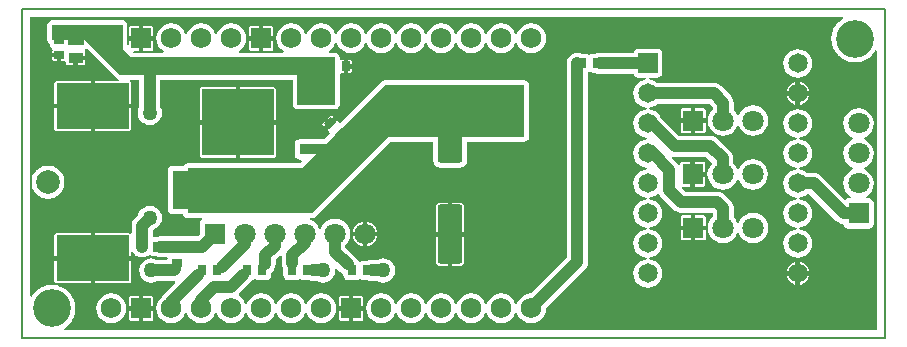
<source format=gtl>
G04 Layer_Physical_Order=1*
G04 Layer_Color=255*
%FSLAX24Y24*%
%MOIN*%
G70*
G01*
G75*
%ADD10R,0.0319X0.0280*%
%ADD11R,0.0512X0.0374*%
%ADD12R,0.0520X0.0386*%
%ADD13R,0.0280X0.0319*%
G04:AMPARAMS|DCode=14|XSize=31.9mil|YSize=28mil|CornerRadius=0mil|HoleSize=0mil|Usage=FLASHONLY|Rotation=45.000|XOffset=0mil|YOffset=0mil|HoleType=Round|Shape=Rectangle|*
%AMROTATEDRECTD14*
4,1,4,-0.0014,-0.0212,-0.0212,-0.0014,0.0014,0.0212,0.0212,0.0014,-0.0014,-0.0212,0.0*
%
%ADD14ROTATEDRECTD14*%

G04:AMPARAMS|DCode=15|XSize=199.2mil|YSize=83.1mil|CornerRadius=10.4mil|HoleSize=0mil|Usage=FLASHONLY|Rotation=270.000|XOffset=0mil|YOffset=0mil|HoleType=Round|Shape=RoundedRectangle|*
%AMROUNDEDRECTD15*
21,1,0.1992,0.0623,0,0,270.0*
21,1,0.1784,0.0831,0,0,270.0*
1,1,0.0208,-0.0312,-0.0892*
1,1,0.0208,-0.0312,0.0892*
1,1,0.0208,0.0312,0.0892*
1,1,0.0208,0.0312,-0.0892*
%
%ADD15ROUNDEDRECTD15*%
%ADD16R,0.2398X0.2217*%
%ADD17R,0.1114X0.0382*%
%ADD18R,0.2441X0.1535*%
%ADD19R,0.1732X0.1299*%
%ADD20C,0.0394*%
%ADD21C,0.0050*%
%ADD22C,0.0650*%
%ADD23R,0.0650X0.0650*%
%ADD24C,0.0709*%
%ADD25R,0.0709X0.0709*%
%ADD26C,0.0690*%
%ADD27R,0.0690X0.0690*%
%ADD28R,0.0709X0.0709*%
%ADD29C,0.0787*%
%ADD30C,0.1260*%
%ADD31C,0.0500*%
G36*
X37366Y20655D02*
X37332Y20637D01*
X37321Y20627D01*
X37320Y20627D01*
X37307Y20620D01*
X37211Y20542D01*
X37202Y20530D01*
X37190Y20520D01*
X37111Y20424D01*
X37104Y20411D01*
X37104Y20411D01*
X37095Y20399D01*
X37036Y20290D01*
X37032Y20276D01*
X37025Y20262D01*
X36989Y20144D01*
X36987Y20129D01*
X36983Y20114D01*
X36971Y19991D01*
X36972Y19976D01*
X36971Y19961D01*
X36983Y19837D01*
X36987Y19823D01*
X36989Y19808D01*
X37025Y19689D01*
X37032Y19676D01*
X37036Y19661D01*
X37095Y19552D01*
X37104Y19540D01*
X37104Y19540D01*
X37111Y19527D01*
X37190Y19431D01*
X37202Y19422D01*
X37211Y19410D01*
X37307Y19331D01*
X37320Y19324D01*
X37321Y19324D01*
X37332Y19315D01*
X37442Y19256D01*
X37456Y19252D01*
X37469Y19245D01*
X37588Y19209D01*
X37603Y19207D01*
X37617Y19203D01*
X37741Y19191D01*
X37748Y19191D01*
X37756Y19190D01*
X37763Y19191D01*
X37771Y19191D01*
X37894Y19203D01*
X37909Y19207D01*
X37924Y19209D01*
X38043Y19245D01*
X38056Y19252D01*
X38070Y19256D01*
X38180Y19315D01*
X38191Y19324D01*
X38191Y19324D01*
X38205Y19331D01*
X38300Y19410D01*
X38310Y19422D01*
X38322Y19431D01*
X38400Y19527D01*
X38408Y19540D01*
X38408Y19540D01*
X38417Y19552D01*
X38435Y19586D01*
X38485Y19573D01*
Y10255D01*
X11387D01*
X11374Y10305D01*
X11408Y10323D01*
X11420Y10333D01*
X11420Y10333D01*
X11433Y10340D01*
X11529Y10418D01*
X11538Y10430D01*
X11550Y10440D01*
X11629Y10536D01*
X11636Y10549D01*
X11636Y10549D01*
X11645Y10560D01*
X11704Y10670D01*
X11708Y10684D01*
X11715Y10698D01*
X11751Y10816D01*
X11753Y10831D01*
X11757Y10846D01*
X11769Y10969D01*
X11768Y10984D01*
X11769Y10999D01*
X11757Y11123D01*
X11753Y11137D01*
X11751Y11152D01*
X11715Y11271D01*
X11708Y11284D01*
X11704Y11299D01*
X11645Y11408D01*
X11636Y11420D01*
X11636Y11420D01*
X11629Y11433D01*
X11550Y11529D01*
X11538Y11538D01*
X11529Y11550D01*
X11433Y11629D01*
X11420Y11636D01*
X11420Y11636D01*
X11408Y11645D01*
X11299Y11704D01*
X11284Y11708D01*
X11271Y11715D01*
X11152Y11751D01*
X11137Y11753D01*
X11123Y11757D01*
X10999Y11769D01*
X10992Y11769D01*
X10984Y11770D01*
X10977Y11769D01*
X10969Y11769D01*
X10846Y11757D01*
X10831Y11753D01*
X10816Y11751D01*
X10698Y11715D01*
X10684Y11708D01*
X10670Y11704D01*
X10560Y11645D01*
X10549Y11636D01*
X10549Y11636D01*
X10536Y11629D01*
X10440Y11550D01*
X10430Y11538D01*
X10418Y11529D01*
X10340Y11433D01*
X10333Y11420D01*
X10333Y11420D01*
X10323Y11408D01*
X10305Y11374D01*
X10255Y11387D01*
Y20705D01*
X37354D01*
X37366Y20655D01*
D02*
G37*
%LPC*%
G36*
X32781Y13594D02*
X32437D01*
Y13250D01*
X32717D01*
X32762Y13269D01*
X32781Y13315D01*
Y13594D01*
D02*
G37*
G36*
X32287D02*
X31943D01*
Y13315D01*
X31962Y13269D01*
X32008Y13250D01*
X32287D01*
Y13594D01*
D02*
G37*
G36*
X24567Y14510D02*
X24331D01*
Y13526D01*
X24734D01*
Y14343D01*
X24722Y14407D01*
X24686Y14461D01*
X24631Y14497D01*
X24567Y14510D01*
D02*
G37*
G36*
X24181D02*
X23944D01*
X23880Y14497D01*
X23826Y14461D01*
X23790Y14407D01*
X23777Y14343D01*
Y13526D01*
X24181D01*
Y14510D01*
D02*
G37*
G36*
X12275Y13486D02*
X11130D01*
X11084Y13467D01*
X11065Y13421D01*
Y12729D01*
X12275D01*
Y13486D01*
D02*
G37*
G36*
X24734Y13376D02*
X24331D01*
Y12392D01*
X24567D01*
X24631Y12404D01*
X24686Y12440D01*
X24722Y12495D01*
X24734Y12559D01*
Y13376D01*
D02*
G37*
G36*
X21827Y13390D02*
X21494D01*
Y13057D01*
X21527Y13061D01*
X21628Y13103D01*
X21715Y13169D01*
X21781Y13256D01*
X21823Y13356D01*
X21827Y13390D01*
D02*
G37*
G36*
X21344D02*
X21011D01*
X21016Y13356D01*
X21057Y13256D01*
X21124Y13169D01*
X21210Y13103D01*
X21311Y13061D01*
X21344Y13057D01*
Y13390D01*
D02*
G37*
G36*
X32766Y15382D02*
X32421D01*
Y15037D01*
X32701D01*
X32747Y15056D01*
X32766Y15102D01*
Y15382D01*
D02*
G37*
G36*
X37874Y17662D02*
X37742Y17645D01*
X37620Y17594D01*
X37514Y17513D01*
X37433Y17408D01*
X37383Y17285D01*
X37365Y17154D01*
X37383Y17022D01*
X37433Y16899D01*
X37514Y16794D01*
X37620Y16713D01*
X37698Y16681D01*
Y16626D01*
X37620Y16594D01*
X37514Y16513D01*
X37433Y16408D01*
X37383Y16285D01*
X37365Y16154D01*
X37383Y16022D01*
X37433Y15899D01*
X37514Y15794D01*
X37620Y15713D01*
X37698Y15681D01*
Y15626D01*
X37620Y15594D01*
X37514Y15513D01*
X37433Y15408D01*
X37383Y15285D01*
X37365Y15154D01*
X37383Y15022D01*
X37433Y14899D01*
X37514Y14794D01*
X37620Y14713D01*
X37625Y14711D01*
X37615Y14661D01*
X37520D01*
X37461Y14649D01*
X37412Y14616D01*
X37410Y14616D01*
X36625Y15401D01*
X36553Y15457D01*
X36469Y15491D01*
X36378Y15503D01*
X36170D01*
X36086Y15568D01*
X35970Y15616D01*
X35878Y15628D01*
Y15679D01*
X35970Y15691D01*
X36086Y15739D01*
X36185Y15815D01*
X36261Y15914D01*
X36309Y16030D01*
X36325Y16154D01*
X36309Y16277D01*
X36261Y16393D01*
X36185Y16492D01*
X36086Y16568D01*
X35970Y16616D01*
X35878Y16628D01*
Y16679D01*
X35970Y16691D01*
X36086Y16739D01*
X36185Y16815D01*
X36261Y16914D01*
X36309Y17030D01*
X36325Y17154D01*
X36309Y17277D01*
X36261Y17393D01*
X36185Y17492D01*
X36086Y17568D01*
X35970Y17616D01*
X35846Y17632D01*
X35723Y17616D01*
X35607Y17568D01*
X35508Y17492D01*
X35432Y17393D01*
X35384Y17277D01*
X35368Y17154D01*
X35384Y17030D01*
X35432Y16914D01*
X35508Y16815D01*
X35607Y16739D01*
X35723Y16691D01*
X35815Y16679D01*
Y16628D01*
X35723Y16616D01*
X35607Y16568D01*
X35508Y16492D01*
X35432Y16393D01*
X35384Y16277D01*
X35368Y16154D01*
X35384Y16030D01*
X35432Y15914D01*
X35508Y15815D01*
X35607Y15739D01*
X35723Y15691D01*
X35815Y15679D01*
Y15628D01*
X35723Y15616D01*
X35607Y15568D01*
X35508Y15492D01*
X35432Y15393D01*
X35384Y15277D01*
X35368Y15154D01*
X35384Y15030D01*
X35432Y14914D01*
X35508Y14815D01*
X35607Y14739D01*
X35723Y14691D01*
X35815Y14679D01*
Y14628D01*
X35723Y14616D01*
X35607Y14568D01*
X35508Y14492D01*
X35432Y14393D01*
X35384Y14277D01*
X35368Y14154D01*
X35384Y14030D01*
X35432Y13914D01*
X35508Y13815D01*
X35607Y13739D01*
X35723Y13691D01*
X35815Y13679D01*
Y13628D01*
X35723Y13616D01*
X35607Y13568D01*
X35508Y13492D01*
X35432Y13393D01*
X35384Y13277D01*
X35368Y13154D01*
X35384Y13030D01*
X35432Y12914D01*
X35508Y12815D01*
X35607Y12739D01*
X35723Y12691D01*
X35846Y12675D01*
X35970Y12691D01*
X36086Y12739D01*
X36185Y12815D01*
X36261Y12914D01*
X36309Y13030D01*
X36325Y13154D01*
X36309Y13277D01*
X36261Y13393D01*
X36185Y13492D01*
X36086Y13568D01*
X35970Y13616D01*
X35878Y13628D01*
Y13679D01*
X35970Y13691D01*
X36086Y13739D01*
X36185Y13815D01*
X36261Y13914D01*
X36309Y14030D01*
X36325Y14154D01*
X36309Y14277D01*
X36261Y14393D01*
X36185Y14492D01*
X36086Y14568D01*
X35970Y14616D01*
X35878Y14628D01*
Y14679D01*
X35970Y14691D01*
X36086Y14739D01*
X36170Y14804D01*
X36233D01*
X37131Y13906D01*
X37203Y13851D01*
X37287Y13816D01*
X37367Y13805D01*
Y13799D01*
X37378Y13741D01*
X37412Y13691D01*
X37461Y13658D01*
X37520Y13646D01*
X38228D01*
X38287Y13658D01*
X38336Y13691D01*
X38370Y13741D01*
X38381Y13799D01*
Y14508D01*
X38370Y14566D01*
X38336Y14616D01*
X38287Y14649D01*
X38228Y14661D01*
X38133D01*
X38123Y14711D01*
X38128Y14713D01*
X38234Y14794D01*
X38315Y14899D01*
X38365Y15022D01*
X38383Y15154D01*
X38365Y15285D01*
X38315Y15408D01*
X38234Y15513D01*
X38128Y15594D01*
X38050Y15626D01*
Y15681D01*
X38128Y15713D01*
X38234Y15794D01*
X38315Y15899D01*
X38365Y16022D01*
X38383Y16154D01*
X38365Y16285D01*
X38315Y16408D01*
X38234Y16513D01*
X38128Y16594D01*
X38050Y16626D01*
Y16681D01*
X38128Y16713D01*
X38234Y16794D01*
X38315Y16899D01*
X38365Y17022D01*
X38383Y17154D01*
X38365Y17285D01*
X38315Y17408D01*
X38234Y17513D01*
X38128Y17594D01*
X38006Y17645D01*
X37874Y17662D01*
D02*
G37*
G36*
X10854Y15743D02*
X10844Y15741D01*
X10834Y15742D01*
X10732Y15728D01*
X10717Y15723D01*
X10712Y15723D01*
X10708Y15721D01*
X10693Y15718D01*
X10597Y15678D01*
X10585Y15670D01*
X10580Y15668D01*
X10576Y15665D01*
X10563Y15658D01*
X10480Y15595D01*
X10470Y15584D01*
X10467Y15581D01*
X10464Y15577D01*
X10452Y15567D01*
X10389Y15485D01*
X10382Y15471D01*
X10379Y15467D01*
X10378Y15463D01*
X10369Y15450D01*
X10329Y15354D01*
X10327Y15339D01*
X10325Y15335D01*
X10324Y15330D01*
X10319Y15316D01*
X10306Y15213D01*
X10307Y15198D01*
X10306Y15193D01*
X10307Y15188D01*
X10306Y15173D01*
X10319Y15070D01*
X10324Y15056D01*
X10325Y15051D01*
X10327Y15046D01*
X10329Y15032D01*
X10369Y14936D01*
X10378Y14923D01*
X10379Y14919D01*
X10382Y14915D01*
X10389Y14901D01*
X10452Y14819D01*
X10464Y14809D01*
X10467Y14805D01*
X10470Y14802D01*
X10480Y14791D01*
X10563Y14728D01*
X10576Y14721D01*
X10580Y14718D01*
X10585Y14716D01*
X10597Y14708D01*
X10693Y14668D01*
X10708Y14665D01*
X10712Y14663D01*
X10717Y14663D01*
X10732Y14658D01*
X10834Y14644D01*
X10844Y14645D01*
X10854Y14643D01*
X10864Y14645D01*
X10874Y14644D01*
X10977Y14658D01*
X10991Y14663D01*
X10996Y14663D01*
X11001Y14665D01*
X11016Y14668D01*
X11111Y14708D01*
X11124Y14716D01*
X11129Y14718D01*
X11132Y14721D01*
X11146Y14728D01*
X11228Y14791D01*
X11238Y14802D01*
X11242Y14805D01*
X11245Y14809D01*
X11256Y14819D01*
X11320Y14901D01*
X11326Y14915D01*
X11329Y14919D01*
X11331Y14923D01*
X11340Y14936D01*
X11379Y15032D01*
X11382Y15046D01*
X11384Y15051D01*
X11385Y15056D01*
X11390Y15070D01*
X11403Y15173D01*
X11402Y15188D01*
X11403Y15193D01*
X11402Y15198D01*
X11403Y15213D01*
X11390Y15316D01*
X11385Y15330D01*
X11384Y15335D01*
X11382Y15339D01*
X11379Y15354D01*
X11340Y15450D01*
X11331Y15463D01*
X11329Y15467D01*
X11326Y15471D01*
X11320Y15485D01*
X11256Y15567D01*
X11245Y15577D01*
X11242Y15581D01*
X11238Y15584D01*
X11228Y15595D01*
X11146Y15658D01*
X11132Y15665D01*
X11129Y15668D01*
X11124Y15670D01*
X11111Y15678D01*
X11016Y15718D01*
X11001Y15721D01*
X10996Y15723D01*
X10991Y15723D01*
X10977Y15728D01*
X10874Y15742D01*
X10864Y15741D01*
X10854Y15743D01*
D02*
G37*
G36*
X32701Y15876D02*
X32421D01*
Y15532D01*
X32766D01*
Y15811D01*
X32747Y15857D01*
X32701Y15876D01*
D02*
G37*
G36*
X21494Y13873D02*
Y13540D01*
X21827D01*
X21823Y13573D01*
X21781Y13674D01*
X21715Y13760D01*
X21628Y13826D01*
X21527Y13868D01*
X21494Y13873D01*
D02*
G37*
G36*
X21344D02*
X21311Y13868D01*
X21210Y13826D01*
X21124Y13760D01*
X21057Y13674D01*
X21016Y13573D01*
X21011Y13540D01*
X21344D01*
Y13873D01*
D02*
G37*
G36*
X32717Y14089D02*
X32437D01*
Y13744D01*
X32781D01*
Y14024D01*
X32762Y14070D01*
X32717Y14089D01*
D02*
G37*
G36*
X32287D02*
X32008D01*
X31962Y14070D01*
X31943Y14024D01*
Y13744D01*
X32287D01*
Y14089D01*
D02*
G37*
G36*
X13886Y11394D02*
X13616D01*
X13570Y11375D01*
X13551Y11329D01*
Y11059D01*
X13886D01*
Y11394D01*
D02*
G37*
G36*
X21371Y10909D02*
X21036D01*
Y10574D01*
X21306D01*
X21352Y10593D01*
X21371Y10639D01*
Y10909D01*
D02*
G37*
G36*
X14306Y11394D02*
X14036D01*
Y11059D01*
X14371D01*
Y11329D01*
X14352Y11375D01*
X14306Y11394D01*
D02*
G37*
G36*
X20886D02*
X20616D01*
X20570Y11375D01*
X20551Y11329D01*
Y11059D01*
X20886D01*
Y11394D01*
D02*
G37*
G36*
X13886Y10909D02*
X13551D01*
Y10639D01*
X13570Y10593D01*
X13616Y10574D01*
X13886D01*
Y10909D01*
D02*
G37*
G36*
X12961Y11484D02*
X12831Y11467D01*
X12711Y11417D01*
X12608Y11337D01*
X12528Y11234D01*
X12478Y11113D01*
X12461Y10984D01*
X12478Y10855D01*
X12528Y10735D01*
X12608Y10631D01*
X12711Y10552D01*
X12831Y10502D01*
X12961Y10485D01*
X13090Y10502D01*
X13210Y10552D01*
X13314Y10631D01*
X13393Y10735D01*
X13443Y10855D01*
X13460Y10984D01*
X13443Y11113D01*
X13393Y11234D01*
X13314Y11337D01*
X13210Y11417D01*
X13090Y11467D01*
X12961Y11484D01*
D02*
G37*
G36*
X20886Y10909D02*
X20551D01*
Y10639D01*
X20570Y10593D01*
X20616Y10574D01*
X20886D01*
Y10909D01*
D02*
G37*
G36*
X14371D02*
X14036D01*
Y10574D01*
X14306D01*
X14352Y10593D01*
X14371Y10639D01*
Y10909D01*
D02*
G37*
G36*
X35771Y12532D02*
X35746Y12528D01*
X35652Y12490D01*
X35572Y12428D01*
X35510Y12348D01*
X35472Y12254D01*
X35468Y12229D01*
X35771D01*
Y12532D01*
D02*
G37*
G36*
X13636Y12579D02*
X12425D01*
Y11821D01*
X13571D01*
X13617Y11840D01*
X13636Y11886D01*
Y12579D01*
D02*
G37*
G36*
X24181Y13376D02*
X23777D01*
Y12559D01*
X23790Y12495D01*
X23826Y12440D01*
X23880Y12404D01*
X23944Y12392D01*
X24181D01*
Y13376D01*
D02*
G37*
G36*
X35921Y12532D02*
Y12229D01*
X36225D01*
X36221Y12254D01*
X36183Y12348D01*
X36121Y12428D01*
X36041Y12490D01*
X35947Y12528D01*
X35921Y12532D01*
D02*
G37*
G36*
X35771Y12079D02*
X35468D01*
X35472Y12053D01*
X35510Y11959D01*
X35572Y11879D01*
X35652Y11817D01*
X35746Y11779D01*
X35771Y11775D01*
Y12079D01*
D02*
G37*
G36*
X21306Y11394D02*
X21036D01*
Y11059D01*
X21371D01*
Y11329D01*
X21352Y11375D01*
X21306Y11394D01*
D02*
G37*
G36*
X12275Y12579D02*
X11065D01*
Y11886D01*
X11084Y11840D01*
X11130Y11821D01*
X12275D01*
Y12579D01*
D02*
G37*
G36*
X36225Y12079D02*
X35921D01*
Y11775D01*
X35947Y11779D01*
X36041Y11817D01*
X36121Y11879D01*
X36183Y11959D01*
X36221Y12053D01*
X36225Y12079D01*
D02*
G37*
G36*
X17106Y17110D02*
X15917D01*
Y16077D01*
X15936Y16031D01*
X15982Y16012D01*
X17106D01*
Y17110D01*
D02*
G37*
G36*
X20925Y19280D02*
X20860D01*
Y19130D01*
X20990D01*
Y19215D01*
X20971Y19260D01*
X20925Y19280D01*
D02*
G37*
G36*
X12092Y19264D02*
X11847D01*
Y19087D01*
X12028D01*
X12073Y19106D01*
X12092Y19152D01*
Y19264D01*
D02*
G37*
G36*
X31171Y19631D02*
X30522D01*
X30463Y19620D01*
X30414Y19586D01*
X30380Y19537D01*
X30374Y19503D01*
X29250D01*
X29159Y19491D01*
X29098Y19466D01*
X29012D01*
X28953Y19454D01*
X28904Y19421D01*
X28892D01*
X28842Y19454D01*
X28783Y19466D01*
X28656D01*
X28594Y19491D01*
X28504Y19503D01*
X28413Y19491D01*
X28329Y19457D01*
X28257Y19401D01*
X28201Y19328D01*
X28166Y19244D01*
X28154Y19154D01*
Y12672D01*
X26965Y11483D01*
X26961Y11484D01*
X26831Y11467D01*
X26711Y11417D01*
X26608Y11337D01*
X26528Y11234D01*
X26488Y11136D01*
X26434D01*
X26393Y11234D01*
X26314Y11337D01*
X26210Y11417D01*
X26090Y11467D01*
X25961Y11484D01*
X25831Y11467D01*
X25711Y11417D01*
X25608Y11337D01*
X25528Y11234D01*
X25488Y11136D01*
X25434D01*
X25393Y11234D01*
X25314Y11337D01*
X25210Y11417D01*
X25090Y11467D01*
X24961Y11484D01*
X24831Y11467D01*
X24711Y11417D01*
X24608Y11337D01*
X24528Y11234D01*
X24488Y11136D01*
X24434D01*
X24393Y11234D01*
X24314Y11337D01*
X24210Y11417D01*
X24090Y11467D01*
X23961Y11484D01*
X23831Y11467D01*
X23711Y11417D01*
X23608Y11337D01*
X23528Y11234D01*
X23488Y11136D01*
X23434D01*
X23393Y11234D01*
X23314Y11337D01*
X23210Y11417D01*
X23090Y11467D01*
X22961Y11484D01*
X22831Y11467D01*
X22711Y11417D01*
X22608Y11337D01*
X22528Y11234D01*
X22488Y11136D01*
X22434D01*
X22393Y11234D01*
X22314Y11337D01*
X22210Y11417D01*
X22090Y11467D01*
X21961Y11484D01*
X21831Y11467D01*
X21711Y11417D01*
X21608Y11337D01*
X21528Y11234D01*
X21478Y11113D01*
X21461Y10984D01*
X21478Y10855D01*
X21528Y10735D01*
X21608Y10631D01*
X21711Y10552D01*
X21831Y10502D01*
X21961Y10485D01*
X22090Y10502D01*
X22210Y10552D01*
X22314Y10631D01*
X22393Y10735D01*
X22434Y10833D01*
X22488D01*
X22528Y10735D01*
X22608Y10631D01*
X22711Y10552D01*
X22831Y10502D01*
X22961Y10485D01*
X23090Y10502D01*
X23210Y10552D01*
X23314Y10631D01*
X23393Y10735D01*
X23434Y10833D01*
X23488D01*
X23528Y10735D01*
X23608Y10631D01*
X23711Y10552D01*
X23831Y10502D01*
X23961Y10485D01*
X24090Y10502D01*
X24210Y10552D01*
X24314Y10631D01*
X24393Y10735D01*
X24434Y10833D01*
X24488D01*
X24528Y10735D01*
X24608Y10631D01*
X24711Y10552D01*
X24831Y10502D01*
X24961Y10485D01*
X25090Y10502D01*
X25210Y10552D01*
X25314Y10631D01*
X25393Y10735D01*
X25434Y10833D01*
X25488D01*
X25528Y10735D01*
X25608Y10631D01*
X25711Y10552D01*
X25831Y10502D01*
X25961Y10485D01*
X26090Y10502D01*
X26210Y10552D01*
X26314Y10631D01*
X26393Y10735D01*
X26434Y10833D01*
X26488D01*
X26528Y10735D01*
X26608Y10631D01*
X26711Y10552D01*
X26831Y10502D01*
X26961Y10485D01*
X27090Y10502D01*
X27210Y10552D01*
X27314Y10631D01*
X27393Y10735D01*
X27443Y10855D01*
X27460Y10984D01*
X27459Y10988D01*
X28751Y12280D01*
X28807Y12353D01*
X28842Y12437D01*
X28854Y12528D01*
Y18861D01*
X28892Y18886D01*
X28904D01*
X28953Y18853D01*
X29012Y18841D01*
X29098D01*
X29159Y18816D01*
X29250Y18804D01*
X30374D01*
X30380Y18770D01*
X30414Y18721D01*
X30463Y18687D01*
X30522Y18676D01*
X30793D01*
X30796Y18626D01*
X30723Y18616D01*
X30607Y18568D01*
X30508Y18492D01*
X30432Y18393D01*
X30384Y18277D01*
X30368Y18154D01*
X30384Y18030D01*
X30432Y17914D01*
X30508Y17815D01*
X30607Y17739D01*
X30723Y17691D01*
X30815Y17679D01*
Y17628D01*
X30723Y17616D01*
X30607Y17568D01*
X30508Y17492D01*
X30432Y17393D01*
X30384Y17277D01*
X30368Y17154D01*
X30384Y17030D01*
X30432Y16914D01*
X30508Y16815D01*
X30607Y16739D01*
X30723Y16691D01*
X30815Y16679D01*
Y16628D01*
X30723Y16616D01*
X30607Y16568D01*
X30508Y16492D01*
X30432Y16393D01*
X30384Y16277D01*
X30368Y16154D01*
X30384Y16030D01*
X30432Y15914D01*
X30508Y15815D01*
X30607Y15739D01*
X30723Y15691D01*
X30815Y15679D01*
Y15628D01*
X30723Y15616D01*
X30607Y15568D01*
X30508Y15492D01*
X30432Y15393D01*
X30384Y15277D01*
X30368Y15154D01*
X30384Y15030D01*
X30432Y14914D01*
X30508Y14815D01*
X30607Y14739D01*
X30723Y14691D01*
X30815Y14679D01*
Y14628D01*
X30723Y14616D01*
X30607Y14568D01*
X30508Y14492D01*
X30432Y14393D01*
X30384Y14277D01*
X30368Y14154D01*
X30384Y14030D01*
X30432Y13914D01*
X30508Y13815D01*
X30607Y13739D01*
X30723Y13691D01*
X30815Y13679D01*
Y13628D01*
X30723Y13616D01*
X30607Y13568D01*
X30508Y13492D01*
X30432Y13393D01*
X30384Y13277D01*
X30368Y13154D01*
X30384Y13030D01*
X30432Y12914D01*
X30508Y12815D01*
X30607Y12739D01*
X30723Y12691D01*
X30815Y12679D01*
Y12628D01*
X30723Y12616D01*
X30607Y12568D01*
X30508Y12492D01*
X30432Y12393D01*
X30384Y12277D01*
X30368Y12154D01*
X30384Y12030D01*
X30432Y11914D01*
X30508Y11815D01*
X30607Y11739D01*
X30723Y11691D01*
X30846Y11675D01*
X30970Y11691D01*
X31086Y11739D01*
X31185Y11815D01*
X31261Y11914D01*
X31309Y12030D01*
X31325Y12154D01*
X31309Y12277D01*
X31261Y12393D01*
X31185Y12492D01*
X31086Y12568D01*
X30970Y12616D01*
X30878Y12628D01*
Y12679D01*
X30970Y12691D01*
X31086Y12739D01*
X31185Y12815D01*
X31261Y12914D01*
X31309Y13030D01*
X31325Y13154D01*
X31309Y13277D01*
X31261Y13393D01*
X31185Y13492D01*
X31086Y13568D01*
X30970Y13616D01*
X30878Y13628D01*
Y13679D01*
X30970Y13691D01*
X31086Y13739D01*
X31185Y13815D01*
X31261Y13914D01*
X31309Y14030D01*
X31325Y14154D01*
X31309Y14277D01*
X31261Y14393D01*
X31185Y14492D01*
X31086Y14568D01*
X30970Y14616D01*
X30878Y14628D01*
Y14679D01*
X30970Y14691D01*
X31086Y14739D01*
X31173Y14806D01*
X31216Y14802D01*
X31232Y14794D01*
X31252Y14746D01*
X31308Y14674D01*
X31701Y14280D01*
X31774Y14225D01*
X31858Y14190D01*
X31949Y14178D01*
X33012D01*
Y14037D01*
X33003Y14029D01*
X32922Y13924D01*
X32871Y13801D01*
X32854Y13669D01*
X32871Y13538D01*
X32922Y13415D01*
X33003Y13310D01*
X33108Y13229D01*
X33231Y13178D01*
X33362Y13161D01*
X33494Y13178D01*
X33617Y13229D01*
X33722Y13310D01*
X33803Y13415D01*
X33835Y13493D01*
X33889D01*
X33922Y13415D01*
X34003Y13310D01*
X34108Y13229D01*
X34231Y13178D01*
X34362Y13161D01*
X34494Y13178D01*
X34617Y13229D01*
X34722Y13310D01*
X34803Y13415D01*
X34854Y13538D01*
X34871Y13669D01*
X34854Y13801D01*
X34803Y13924D01*
X34722Y14029D01*
X34617Y14110D01*
X34494Y14161D01*
X34362Y14178D01*
X34231Y14161D01*
X34108Y14110D01*
X34003Y14029D01*
X33922Y13924D01*
X33889Y13845D01*
X33835D01*
X33803Y13924D01*
X33722Y14029D01*
X33712Y14037D01*
Y14331D01*
X33706Y14376D01*
X33700Y14421D01*
X33686Y14456D01*
X33665Y14506D01*
X33610Y14578D01*
X33413Y14775D01*
X33340Y14831D01*
X33256Y14865D01*
X33165Y14877D01*
X32094D01*
X31980Y14991D01*
X31983Y15001D01*
X32004Y15037D01*
X32271D01*
Y15457D01*
Y15876D01*
X31992D01*
X31946Y15857D01*
X31927Y15811D01*
Y15749D01*
X31877Y15739D01*
X31858Y15785D01*
X31802Y15858D01*
X31647Y16014D01*
X31651Y16028D01*
X31673Y16058D01*
X31752Y16048D01*
X32788D01*
X32971Y15865D01*
X32987Y15816D01*
X32906Y15711D01*
X32855Y15588D01*
X32838Y15457D01*
X32855Y15325D01*
X32906Y15202D01*
X32987Y15097D01*
X33092Y15016D01*
X33215Y14965D01*
X33346Y14948D01*
X33478Y14965D01*
X33601Y15016D01*
X33706Y15097D01*
X33787Y15202D01*
X33819Y15281D01*
X33874D01*
X33906Y15202D01*
X33987Y15097D01*
X34092Y15016D01*
X34215Y14965D01*
X34346Y14948D01*
X34478Y14965D01*
X34601Y15016D01*
X34706Y15097D01*
X34787Y15202D01*
X34838Y15325D01*
X34855Y15457D01*
X34838Y15588D01*
X34787Y15711D01*
X34706Y15816D01*
X34601Y15897D01*
X34478Y15948D01*
X34346Y15965D01*
X34215Y15948D01*
X34092Y15897D01*
X33987Y15816D01*
X33906Y15711D01*
X33874Y15633D01*
X33819D01*
X33787Y15711D01*
X33706Y15816D01*
X33696Y15824D01*
Y15984D01*
X33684Y16075D01*
X33649Y16159D01*
X33594Y16232D01*
X33180Y16645D01*
X33108Y16701D01*
X33024Y16736D01*
X32933Y16747D01*
X31897D01*
X31268Y17376D01*
X31261Y17393D01*
X31185Y17492D01*
X31086Y17568D01*
X30970Y17616D01*
X30878Y17628D01*
Y17679D01*
X30970Y17691D01*
X31086Y17739D01*
X31170Y17804D01*
X32902D01*
X33012Y17694D01*
Y17611D01*
X33003Y17604D01*
X32922Y17498D01*
X32871Y17376D01*
X32854Y17244D01*
X32871Y17112D01*
X32922Y16990D01*
X33003Y16884D01*
X33108Y16804D01*
X33231Y16753D01*
X33362Y16735D01*
X33494Y16753D01*
X33617Y16804D01*
X33722Y16884D01*
X33803Y16990D01*
X33835Y17068D01*
X33889D01*
X33922Y16990D01*
X34003Y16884D01*
X34108Y16804D01*
X34231Y16753D01*
X34362Y16735D01*
X34494Y16753D01*
X34617Y16804D01*
X34722Y16884D01*
X34803Y16990D01*
X34854Y17112D01*
X34871Y17244D01*
X34854Y17376D01*
X34803Y17498D01*
X34722Y17604D01*
X34617Y17685D01*
X34494Y17735D01*
X34362Y17753D01*
X34231Y17735D01*
X34108Y17685D01*
X34003Y17604D01*
X33922Y17498D01*
X33889Y17420D01*
X33835D01*
X33803Y17498D01*
X33722Y17604D01*
X33712Y17611D01*
Y17839D01*
X33700Y17929D01*
X33665Y18013D01*
X33610Y18086D01*
X33295Y18401D01*
X33222Y18457D01*
X33138Y18491D01*
X33047Y18503D01*
X31170D01*
X31086Y18568D01*
X30970Y18616D01*
X30897Y18626D01*
X30900Y18676D01*
X31171D01*
X31230Y18687D01*
X31279Y18721D01*
X31313Y18770D01*
X31324Y18829D01*
Y19478D01*
X31313Y19537D01*
X31279Y19586D01*
X31230Y19620D01*
X31171Y19631D01*
D02*
G37*
G36*
X11145Y19352D02*
X10995D01*
Y19287D01*
X11014Y19241D01*
X11060Y19222D01*
X11145D01*
Y19352D01*
D02*
G37*
G36*
X35921Y18532D02*
Y18229D01*
X36225D01*
X36221Y18254D01*
X36183Y18348D01*
X36121Y18428D01*
X36041Y18490D01*
X35947Y18528D01*
X35921Y18532D01*
D02*
G37*
G36*
X35771D02*
X35746Y18528D01*
X35652Y18490D01*
X35572Y18428D01*
X35510Y18348D01*
X35472Y18254D01*
X35468Y18229D01*
X35771D01*
Y18532D01*
D02*
G37*
G36*
X20990Y18980D02*
X20860D01*
Y18831D01*
X20925D01*
X20971Y18850D01*
X20990Y18896D01*
Y18980D01*
D02*
G37*
G36*
X35846Y19632D02*
X35723Y19616D01*
X35607Y19568D01*
X35508Y19492D01*
X35432Y19393D01*
X35384Y19277D01*
X35368Y19154D01*
X35384Y19030D01*
X35432Y18914D01*
X35508Y18815D01*
X35607Y18739D01*
X35723Y18691D01*
X35846Y18675D01*
X35970Y18691D01*
X36086Y18739D01*
X36185Y18815D01*
X36261Y18914D01*
X36309Y19030D01*
X36325Y19154D01*
X36309Y19277D01*
X36261Y19393D01*
X36185Y19492D01*
X36086Y19568D01*
X35970Y19616D01*
X35846Y19632D01*
D02*
G37*
G36*
X17886Y20394D02*
X17616D01*
X17570Y20375D01*
X17551Y20329D01*
Y20059D01*
X17886D01*
Y20394D01*
D02*
G37*
G36*
X13886D02*
X13616D01*
X13570Y20375D01*
X13551Y20329D01*
Y20059D01*
X13886D01*
Y20394D01*
D02*
G37*
G36*
X18306D02*
X18036D01*
Y20059D01*
X18371D01*
Y20329D01*
X18352Y20375D01*
X18306Y20394D01*
D02*
G37*
G36*
X14306D02*
X14036D01*
Y20059D01*
X14371D01*
Y20329D01*
X14352Y20375D01*
X14306Y20394D01*
D02*
G37*
G36*
X14371Y19909D02*
X14036D01*
Y19574D01*
X14306D01*
X14352Y19593D01*
X14371Y19639D01*
Y19909D01*
D02*
G37*
G36*
X13346Y20586D02*
X10984D01*
X10926Y20574D01*
X10876Y20541D01*
X10843Y20492D01*
X10831Y20433D01*
Y19941D01*
X10843Y19882D01*
X10876Y19833D01*
X10907Y19812D01*
Y19795D01*
X10919Y19736D01*
X10952Y19687D01*
X10995Y19658D01*
X11004Y19636D01*
X11010Y19601D01*
X10995Y19567D01*
Y19502D01*
X11220D01*
Y19427D01*
X11295D01*
Y19222D01*
X11379D01*
X11401Y19231D01*
X11451Y19202D01*
Y19152D01*
X11470Y19106D01*
X11516Y19087D01*
X11697D01*
Y19339D01*
X11772D01*
Y19414D01*
X12092D01*
Y19526D01*
X12076Y19565D01*
X12082Y19595D01*
X12090Y19619D01*
X12140Y19652D01*
X12140Y19652D01*
X13140Y18652D01*
X13190Y18619D01*
X13208Y18615D01*
X13203Y18565D01*
X12425D01*
Y17807D01*
X13636D01*
Y18500D01*
X13617Y18546D01*
X13590Y18557D01*
X13600Y18607D01*
X13900D01*
Y17701D01*
X13860Y17604D01*
X13847Y17500D01*
X13860Y17396D01*
X13901Y17298D01*
X13965Y17215D01*
X14048Y17151D01*
X14146Y17110D01*
X14250Y17097D01*
X14354Y17110D01*
X14452Y17151D01*
X14535Y17215D01*
X14599Y17298D01*
X14640Y17396D01*
X14653Y17500D01*
X14640Y17604D01*
X14600Y17701D01*
Y18607D01*
X19017Y18607D01*
Y17776D01*
X19029Y17717D01*
X19062Y17667D01*
X19112Y17634D01*
X19170Y17623D01*
X20420Y17623D01*
X20479Y17634D01*
X20528Y17667D01*
X20562Y17717D01*
X20573Y17776D01*
X20573Y18760D01*
Y18811D01*
X20623Y18840D01*
X20646Y18831D01*
X20710D01*
Y19055D01*
Y19280D01*
X20646D01*
X20623Y19270D01*
X20573Y19299D01*
Y19350D01*
X20562Y19409D01*
X20528Y19459D01*
X20479Y19492D01*
X20420Y19503D01*
X20231D01*
X20212Y19550D01*
X20212Y19553D01*
X20314Y19631D01*
X20393Y19735D01*
X20434Y19833D01*
X20488D01*
X20528Y19735D01*
X20608Y19631D01*
X20711Y19552D01*
X20831Y19502D01*
X20961Y19485D01*
X21090Y19502D01*
X21210Y19552D01*
X21314Y19631D01*
X21393Y19735D01*
X21434Y19833D01*
X21488D01*
X21528Y19735D01*
X21608Y19631D01*
X21711Y19552D01*
X21831Y19502D01*
X21961Y19485D01*
X22090Y19502D01*
X22210Y19552D01*
X22314Y19631D01*
X22393Y19735D01*
X22434Y19833D01*
X22488D01*
X22528Y19735D01*
X22608Y19631D01*
X22711Y19552D01*
X22831Y19502D01*
X22961Y19485D01*
X23090Y19502D01*
X23210Y19552D01*
X23314Y19631D01*
X23393Y19735D01*
X23434Y19833D01*
X23488D01*
X23528Y19735D01*
X23608Y19631D01*
X23711Y19552D01*
X23831Y19502D01*
X23961Y19485D01*
X24090Y19502D01*
X24210Y19552D01*
X24314Y19631D01*
X24393Y19735D01*
X24434Y19833D01*
X24488D01*
X24528Y19735D01*
X24608Y19631D01*
X24711Y19552D01*
X24831Y19502D01*
X24961Y19485D01*
X25090Y19502D01*
X25210Y19552D01*
X25314Y19631D01*
X25393Y19735D01*
X25434Y19833D01*
X25488D01*
X25528Y19735D01*
X25608Y19631D01*
X25711Y19552D01*
X25831Y19502D01*
X25961Y19485D01*
X26090Y19502D01*
X26210Y19552D01*
X26314Y19631D01*
X26393Y19735D01*
X26434Y19833D01*
X26488D01*
X26528Y19735D01*
X26608Y19631D01*
X26711Y19552D01*
X26831Y19502D01*
X26961Y19485D01*
X27090Y19502D01*
X27210Y19552D01*
X27314Y19631D01*
X27393Y19735D01*
X27443Y19855D01*
X27460Y19984D01*
X27443Y20113D01*
X27393Y20234D01*
X27314Y20337D01*
X27210Y20417D01*
X27090Y20467D01*
X26961Y20484D01*
X26831Y20467D01*
X26711Y20417D01*
X26608Y20337D01*
X26528Y20234D01*
X26488Y20136D01*
X26434D01*
X26393Y20234D01*
X26314Y20337D01*
X26210Y20417D01*
X26090Y20467D01*
X25961Y20484D01*
X25831Y20467D01*
X25711Y20417D01*
X25608Y20337D01*
X25528Y20234D01*
X25488Y20136D01*
X25434D01*
X25393Y20234D01*
X25314Y20337D01*
X25210Y20417D01*
X25090Y20467D01*
X24961Y20484D01*
X24831Y20467D01*
X24711Y20417D01*
X24608Y20337D01*
X24528Y20234D01*
X24488Y20136D01*
X24434D01*
X24393Y20234D01*
X24314Y20337D01*
X24210Y20417D01*
X24090Y20467D01*
X23961Y20484D01*
X23831Y20467D01*
X23711Y20417D01*
X23608Y20337D01*
X23528Y20234D01*
X23488Y20136D01*
X23434D01*
X23393Y20234D01*
X23314Y20337D01*
X23210Y20417D01*
X23090Y20467D01*
X22961Y20484D01*
X22831Y20467D01*
X22711Y20417D01*
X22608Y20337D01*
X22528Y20234D01*
X22488Y20136D01*
X22434D01*
X22393Y20234D01*
X22314Y20337D01*
X22210Y20417D01*
X22090Y20467D01*
X21961Y20484D01*
X21831Y20467D01*
X21711Y20417D01*
X21608Y20337D01*
X21528Y20234D01*
X21488Y20136D01*
X21434D01*
X21393Y20234D01*
X21314Y20337D01*
X21210Y20417D01*
X21090Y20467D01*
X20961Y20484D01*
X20831Y20467D01*
X20711Y20417D01*
X20608Y20337D01*
X20528Y20234D01*
X20488Y20136D01*
X20434D01*
X20393Y20234D01*
X20314Y20337D01*
X20210Y20417D01*
X20090Y20467D01*
X19961Y20484D01*
X19831Y20467D01*
X19711Y20417D01*
X19608Y20337D01*
X19528Y20234D01*
X19488Y20136D01*
X19434D01*
X19393Y20234D01*
X19314Y20337D01*
X19210Y20417D01*
X19090Y20467D01*
X18961Y20484D01*
X18831Y20467D01*
X18711Y20417D01*
X18608Y20337D01*
X18528Y20234D01*
X18478Y20113D01*
X18461Y19984D01*
X18478Y19855D01*
X18528Y19735D01*
X18608Y19631D01*
X18709Y19553D01*
X18709Y19550D01*
X18691Y19503D01*
X17231Y19503D01*
X17212Y19550D01*
X17212Y19553D01*
X17314Y19631D01*
X17393Y19735D01*
X17443Y19855D01*
X17460Y19984D01*
X17443Y20113D01*
X17393Y20234D01*
X17314Y20337D01*
X17210Y20417D01*
X17090Y20467D01*
X16961Y20484D01*
X16831Y20467D01*
X16711Y20417D01*
X16608Y20337D01*
X16528Y20234D01*
X16488Y20136D01*
X16434D01*
X16393Y20234D01*
X16314Y20337D01*
X16210Y20417D01*
X16090Y20467D01*
X15961Y20484D01*
X15831Y20467D01*
X15711Y20417D01*
X15608Y20337D01*
X15528Y20234D01*
X15488Y20136D01*
X15434D01*
X15393Y20234D01*
X15314Y20337D01*
X15210Y20417D01*
X15090Y20467D01*
X14961Y20484D01*
X14831Y20467D01*
X14711Y20417D01*
X14608Y20337D01*
X14528Y20234D01*
X14478Y20113D01*
X14461Y19984D01*
X14478Y19855D01*
X14528Y19735D01*
X14608Y19631D01*
X14709Y19553D01*
X14709Y19550D01*
X14691Y19503D01*
X14429D01*
X13706Y19503D01*
X13691Y19524D01*
X13716Y19574D01*
X13886D01*
Y19909D01*
X13551D01*
Y19765D01*
X13501Y19738D01*
X13499Y19739D01*
Y20433D01*
X13488Y20492D01*
X13455Y20541D01*
X13405Y20574D01*
X13346Y20586D01*
D02*
G37*
G36*
X18371Y19909D02*
X18036D01*
Y19574D01*
X18306D01*
X18352Y19593D01*
X18371Y19639D01*
Y19909D01*
D02*
G37*
G36*
X17886D02*
X17551D01*
Y19639D01*
X17570Y19593D01*
X17616Y19574D01*
X17886D01*
Y19909D01*
D02*
G37*
G36*
X12275Y18565D02*
X11130D01*
X11084Y18546D01*
X11065Y18500D01*
Y17807D01*
X12275D01*
Y18565D01*
D02*
G37*
G36*
X13636Y17657D02*
X12425D01*
Y16900D01*
X13571D01*
X13617Y16919D01*
X13636Y16965D01*
Y17657D01*
D02*
G37*
G36*
X20073Y17242D02*
X20013Y17182D01*
X19994Y17137D01*
X20013Y17091D01*
X20059Y17045D01*
X20165Y17150D01*
X20073Y17242D01*
D02*
G37*
G36*
X26732Y18584D02*
X22073Y18584D01*
X22014Y18572D01*
X21965Y18539D01*
X20594Y17168D01*
X20539Y17184D01*
X20528Y17210D01*
X20482Y17256D01*
X20324Y17097D01*
X20165Y16939D01*
X20211Y16893D01*
X20237Y16882D01*
X20253Y16828D01*
X20053Y16627D01*
X19242D01*
X19184Y16616D01*
X19134Y16583D01*
X19101Y16533D01*
X19089Y16474D01*
Y16093D01*
X19101Y16034D01*
X19134Y15984D01*
X19184Y15951D01*
X19242Y15940D01*
X19300D01*
X19319Y15893D01*
X19248Y15822D01*
X15512Y15822D01*
X15453Y15811D01*
X15404Y15777D01*
X15378Y15740D01*
X15008D01*
X14949Y15728D01*
X14900Y15695D01*
X14867Y15645D01*
X14855Y15587D01*
Y14287D01*
X14867Y14229D01*
X14900Y14179D01*
X14949Y14146D01*
X15008Y14134D01*
X15363D01*
X15371Y14095D01*
X15404Y14045D01*
X15453Y14012D01*
X15512Y14001D01*
X15977D01*
X15992Y13951D01*
X15957Y13927D01*
X15924Y13877D01*
X15912Y13819D01*
Y13452D01*
X15849Y13389D01*
X14600D01*
X14509Y13377D01*
X14448Y13352D01*
X14364D01*
X14346Y13367D01*
Y13601D01*
X14355Y13611D01*
X14452Y13651D01*
X14535Y13715D01*
X14599Y13798D01*
X14640Y13896D01*
X14653Y14000D01*
X14640Y14104D01*
X14599Y14202D01*
X14535Y14285D01*
X14452Y14349D01*
X14354Y14390D01*
X14250Y14403D01*
X14146Y14390D01*
X14048Y14349D01*
X13965Y14285D01*
X13901Y14202D01*
X13861Y14105D01*
X13749Y13993D01*
X13693Y13921D01*
X13658Y13837D01*
X13646Y13746D01*
Y13503D01*
X13596Y13476D01*
X13571Y13486D01*
X12425D01*
Y12729D01*
X13636D01*
Y12872D01*
X13686Y12882D01*
X13693Y12864D01*
X13711Y12841D01*
X13715Y12821D01*
X13748Y12772D01*
X13798Y12739D01*
X13832Y12732D01*
X13906Y12701D01*
X13996Y12690D01*
X14087Y12701D01*
X14160Y12732D01*
X14194Y12739D01*
X14211Y12750D01*
X14250Y12769D01*
X14289Y12750D01*
X14306Y12739D01*
X14364Y12727D01*
X14448D01*
X14509Y12701D01*
X14600Y12690D01*
X14808D01*
X14840Y12651D01*
X14838Y12640D01*
Y12600D01*
X14501D01*
X14404Y12640D01*
X14300Y12653D01*
X14196Y12640D01*
X14098Y12599D01*
X14015Y12535D01*
X13951Y12452D01*
X13910Y12354D01*
X13897Y12250D01*
X13910Y12146D01*
X13951Y12048D01*
X14015Y11965D01*
X14098Y11901D01*
X14196Y11860D01*
X14300Y11847D01*
X14404Y11860D01*
X14501Y11900D01*
X15050D01*
X15090Y11905D01*
X15095Y11900D01*
X15104Y11849D01*
X14713Y11458D01*
X14658Y11386D01*
X14652Y11371D01*
X14608Y11337D01*
X14528Y11234D01*
X14478Y11113D01*
X14461Y10984D01*
X14478Y10855D01*
X14528Y10735D01*
X14608Y10631D01*
X14711Y10552D01*
X14831Y10502D01*
X14961Y10485D01*
X15090Y10502D01*
X15210Y10552D01*
X15314Y10631D01*
X15393Y10735D01*
X15434Y10833D01*
X15488D01*
X15528Y10735D01*
X15608Y10631D01*
X15711Y10552D01*
X15831Y10502D01*
X15961Y10485D01*
X16090Y10502D01*
X16210Y10552D01*
X16314Y10631D01*
X16393Y10735D01*
X16434Y10833D01*
X16488D01*
X16528Y10735D01*
X16608Y10631D01*
X16711Y10552D01*
X16831Y10502D01*
X16961Y10485D01*
X17090Y10502D01*
X17210Y10552D01*
X17314Y10631D01*
X17393Y10735D01*
X17434Y10833D01*
X17488D01*
X17528Y10735D01*
X17608Y10631D01*
X17711Y10552D01*
X17831Y10502D01*
X17961Y10485D01*
X18090Y10502D01*
X18210Y10552D01*
X18314Y10631D01*
X18393Y10735D01*
X18434Y10833D01*
X18488D01*
X18528Y10735D01*
X18608Y10631D01*
X18711Y10552D01*
X18831Y10502D01*
X18961Y10485D01*
X19090Y10502D01*
X19210Y10552D01*
X19314Y10631D01*
X19393Y10735D01*
X19434Y10833D01*
X19488D01*
X19528Y10735D01*
X19608Y10631D01*
X19711Y10552D01*
X19831Y10502D01*
X19961Y10485D01*
X20090Y10502D01*
X20210Y10552D01*
X20314Y10631D01*
X20393Y10735D01*
X20443Y10855D01*
X20460Y10984D01*
X20443Y11113D01*
X20393Y11234D01*
X20314Y11337D01*
X20210Y11417D01*
X20090Y11467D01*
X19961Y11484D01*
X19831Y11467D01*
X19711Y11417D01*
X19608Y11337D01*
X19528Y11234D01*
X19488Y11136D01*
X19434D01*
X19393Y11234D01*
X19314Y11337D01*
X19210Y11417D01*
X19090Y11467D01*
X18961Y11484D01*
X18831Y11467D01*
X18711Y11417D01*
X18608Y11337D01*
X18528Y11234D01*
X18488Y11136D01*
X18434D01*
X18393Y11234D01*
X18314Y11337D01*
X18210Y11417D01*
X18090Y11467D01*
X17961Y11484D01*
X17831Y11467D01*
X17711Y11417D01*
X17608Y11337D01*
X17528Y11234D01*
X17488Y11136D01*
X17434D01*
X17393Y11234D01*
X17314Y11337D01*
X17221Y11408D01*
X17217Y11417D01*
X17212Y11446D01*
X17214Y11469D01*
X17597Y11853D01*
X17653Y11925D01*
X17660Y11942D01*
X17694Y11949D01*
X17744Y11982D01*
X17756D01*
X17806Y11949D01*
X17864Y11938D01*
X18144D01*
X18202Y11949D01*
X18252Y11982D01*
X18285Y12032D01*
X18297Y12091D01*
Y12164D01*
X18347Y12203D01*
X18403Y12275D01*
X18438Y12359D01*
X18450Y12450D01*
Y12605D01*
X18601Y12756D01*
X18613Y12755D01*
X18650Y12735D01*
Y12500D01*
X18662Y12409D01*
X18697Y12325D01*
X18703Y12317D01*
Y12091D01*
X18715Y12032D01*
X18748Y11982D01*
X18798Y11949D01*
X18856Y11938D01*
X19136D01*
X19194Y11949D01*
X19244Y11982D01*
X19256D01*
X19306Y11949D01*
X19364Y11938D01*
X19548D01*
X19609Y11912D01*
X19700Y11900D01*
X19820D01*
X19916Y11860D01*
X20021Y11847D01*
X20125Y11860D01*
X20223Y11901D01*
X20306Y11965D01*
X20370Y12048D01*
X20410Y12146D01*
X20424Y12250D01*
X20415Y12319D01*
X20462Y12343D01*
X20603Y12203D01*
X20675Y12147D01*
X20703Y12135D01*
Y12091D01*
X20715Y12032D01*
X20748Y11982D01*
X20798Y11949D01*
X20856Y11938D01*
X21136D01*
X21194Y11949D01*
X21244Y11982D01*
X21256D01*
X21306Y11949D01*
X21364Y11938D01*
X21498D01*
X21559Y11912D01*
X21650Y11900D01*
X21820D01*
X21916Y11860D01*
X22021Y11847D01*
X22125Y11860D01*
X22223Y11901D01*
X22306Y11965D01*
X22370Y12048D01*
X22411Y12146D01*
X22424Y12250D01*
X22411Y12354D01*
X22370Y12452D01*
X22306Y12535D01*
X22223Y12599D01*
X22125Y12640D01*
X22021Y12653D01*
X21916Y12640D01*
X21820Y12600D01*
X21650D01*
X21559Y12588D01*
X21498Y12562D01*
X21364D01*
X21306Y12551D01*
X21256Y12518D01*
X21244D01*
X21194Y12551D01*
X21183Y12553D01*
X21153Y12625D01*
X21097Y12697D01*
X20769Y13026D01*
Y13097D01*
X20779Y13105D01*
X20860Y13210D01*
X20911Y13333D01*
X20928Y13465D01*
X20911Y13596D01*
X20860Y13719D01*
X20779Y13824D01*
X20674Y13905D01*
X20551Y13956D01*
X20419Y13973D01*
X20288Y13956D01*
X20165Y13905D01*
X20060Y13824D01*
X19979Y13719D01*
X19946Y13641D01*
X19892D01*
X19860Y13719D01*
X19779Y13824D01*
X19674Y13905D01*
X19564Y13951D01*
X19574Y14001D01*
X19665D01*
X19724Y14012D01*
X19773Y14045D01*
X22268Y16540D01*
X23686D01*
Y15925D01*
X23705Y15826D01*
X23761Y15742D01*
X23845Y15686D01*
X23944Y15666D01*
X24567D01*
X24666Y15686D01*
X24750Y15742D01*
X24807Y15826D01*
X24826Y15925D01*
Y16540D01*
X26732D01*
X26791Y16552D01*
X26840Y16585D01*
X26874Y16634D01*
X26885Y16693D01*
Y18431D01*
X26874Y18490D01*
X26840Y18539D01*
X26791Y18572D01*
X26732Y18584D01*
D02*
G37*
G36*
X12275Y17657D02*
X11065D01*
Y16965D01*
X11084Y16919D01*
X11130Y16900D01*
X12275D01*
Y17657D01*
D02*
G37*
G36*
X18445Y17110D02*
X17256D01*
Y16012D01*
X18380D01*
X18426Y16031D01*
X18445Y16077D01*
Y17110D01*
D02*
G37*
G36*
X32287Y17169D02*
X31943D01*
Y16890D01*
X31962Y16844D01*
X32008Y16825D01*
X32287D01*
Y17169D01*
D02*
G37*
G36*
X32781D02*
X32437D01*
Y16825D01*
X32717D01*
X32762Y16844D01*
X32781Y16890D01*
Y17169D01*
D02*
G37*
G36*
X20285Y17427D02*
X20239Y17408D01*
X20179Y17348D01*
X20271Y17257D01*
X20376Y17362D01*
X20331Y17408D01*
X20285Y17427D01*
D02*
G37*
G36*
X32717Y17663D02*
X32437D01*
Y17319D01*
X32781D01*
Y17598D01*
X32762Y17644D01*
X32717Y17663D01*
D02*
G37*
G36*
X35771Y18079D02*
X35468D01*
X35472Y18053D01*
X35510Y17959D01*
X35572Y17879D01*
X35652Y17817D01*
X35746Y17779D01*
X35771Y17775D01*
Y18079D01*
D02*
G37*
G36*
X36225D02*
X35921D01*
Y17775D01*
X35947Y17779D01*
X36041Y17817D01*
X36121Y17879D01*
X36183Y17959D01*
X36221Y18053D01*
X36225Y18079D01*
D02*
G37*
G36*
X17106Y18358D02*
X15982D01*
X15936Y18339D01*
X15917Y18293D01*
Y17260D01*
X17106D01*
Y18358D01*
D02*
G37*
G36*
X18380D02*
X17256D01*
Y17260D01*
X18445D01*
Y18293D01*
X18426Y18339D01*
X18380Y18358D01*
D02*
G37*
G36*
X32287Y17663D02*
X32008D01*
X31962Y17644D01*
X31943Y17598D01*
Y17319D01*
X32287D01*
Y17663D01*
D02*
G37*
%LPD*%
G36*
X13346Y19624D02*
X13620Y19350D01*
X14429Y19350D01*
X20420Y19350D01*
X20420Y18760D01*
X20420Y17776D01*
X19170Y17776D01*
Y18760D01*
X14059Y18760D01*
X13248D01*
X12067Y19941D01*
X10984D01*
Y20433D01*
X13346D01*
Y19624D01*
D02*
G37*
G36*
X26732Y16693D02*
X22205Y16693D01*
X19665Y14154D01*
X15512D01*
X15512Y15669D01*
X19311Y15669D01*
X22073Y18431D01*
X26732Y18431D01*
Y16693D01*
D02*
G37*
D10*
X11220Y19427D02*
D03*
Y19935D02*
D03*
X15150Y12500D02*
D03*
Y13008D02*
D03*
D11*
X11772Y19339D02*
D03*
D12*
Y19953D02*
D03*
D13*
X29152Y19154D02*
D03*
X28644D02*
D03*
X15996Y12250D02*
D03*
X16504D02*
D03*
X17496D02*
D03*
X18004D02*
D03*
X19504D02*
D03*
X18996D02*
D03*
X21504D02*
D03*
X20996D02*
D03*
X13996Y13039D02*
D03*
X14504D02*
D03*
X20785Y19055D02*
D03*
X20278D02*
D03*
D14*
X20271Y17150D02*
D03*
X20630Y16791D02*
D03*
D15*
X24256Y16817D02*
D03*
Y13451D02*
D03*
D16*
X17181Y17185D02*
D03*
D17*
X19799Y18087D02*
D03*
Y16283D02*
D03*
D18*
X12350Y17732D02*
D03*
Y12654D02*
D03*
D19*
X15874Y14937D02*
D03*
D20*
X14600Y13039D02*
X15994D01*
X16950Y11700D02*
X17350Y12100D01*
X16400Y11700D02*
X16950D01*
X15961Y11261D02*
X16400Y11700D01*
X15961Y10984D02*
Y11261D01*
X14961Y11211D02*
X15850Y12100D01*
X14961Y10984D02*
Y11211D01*
X16650Y12350D02*
X17419Y13119D01*
Y13465D01*
X15994Y13039D02*
X16419Y13465D01*
X18100Y12450D02*
Y12750D01*
X18419Y13069D01*
Y13465D01*
X19000Y12500D02*
Y12750D01*
X19419Y13169D01*
Y13465D01*
X20419Y12881D02*
X20850Y12450D01*
X20419Y12881D02*
Y13465D01*
X21650Y12250D02*
X22021D01*
X19700D02*
X20021D01*
X15050D02*
X15100Y12300D01*
X14300Y12250D02*
X15050D01*
X13996Y13039D02*
Y13746D01*
X14250Y14000D01*
Y17500D02*
Y19055D01*
X28504Y12528D02*
Y19154D01*
X26961Y10984D02*
X28504Y12528D01*
X29250Y19154D02*
X30846D01*
X35846Y15154D02*
X36378D01*
X37378Y14154D01*
X37874D01*
X30846Y16154D02*
X30898Y16102D01*
X30846Y16154D02*
X31012D01*
X33165Y14528D02*
X33362Y14331D01*
Y13669D02*
Y14331D01*
X31012Y16154D02*
X31555Y15610D01*
Y14921D02*
Y15610D01*
Y14921D02*
X31949Y14528D01*
X33165D01*
X33346Y15457D02*
Y15984D01*
X32933Y16398D02*
X33346Y15984D01*
X30846Y17154D02*
X30996D01*
X31752Y16398D01*
X32933D01*
X33362Y17244D02*
Y17839D01*
X33047Y18154D02*
X33362Y17839D01*
X30846Y18154D02*
X33047D01*
D21*
X38740Y10000D02*
Y20960D01*
X10000Y10000D02*
X38740D01*
X10000Y20960D02*
X38740D01*
X10000Y10000D02*
Y20960D01*
D22*
X30846Y16154D02*
D03*
X35846D02*
D03*
X30846Y15154D02*
D03*
Y14154D02*
D03*
Y13154D02*
D03*
Y12154D02*
D03*
Y17154D02*
D03*
Y18154D02*
D03*
X35846Y17154D02*
D03*
Y18154D02*
D03*
Y19154D02*
D03*
Y15154D02*
D03*
Y14154D02*
D03*
Y13154D02*
D03*
Y12154D02*
D03*
D23*
X30846Y19154D02*
D03*
D24*
X21419Y13465D02*
D03*
X20419D02*
D03*
X19419D02*
D03*
X17419D02*
D03*
X18419D02*
D03*
X37874Y17154D02*
D03*
Y15154D02*
D03*
Y16154D02*
D03*
X34362Y17244D02*
D03*
X33362D02*
D03*
X34346Y15457D02*
D03*
X33346D02*
D03*
X34362Y13669D02*
D03*
X33362D02*
D03*
D25*
X16419Y13465D02*
D03*
X32362Y17244D02*
D03*
X32346Y15457D02*
D03*
X32362Y13669D02*
D03*
D26*
X12961Y10984D02*
D03*
X14961D02*
D03*
X15961D02*
D03*
X16961D02*
D03*
X17961D02*
D03*
X18961D02*
D03*
X19961D02*
D03*
X21961D02*
D03*
X22961D02*
D03*
X23961D02*
D03*
X24961D02*
D03*
X25961D02*
D03*
X26961D02*
D03*
X12961Y19984D02*
D03*
X14961D02*
D03*
X15961D02*
D03*
X16961D02*
D03*
X18961D02*
D03*
X19961D02*
D03*
X20961D02*
D03*
X21961D02*
D03*
X22961D02*
D03*
X23961D02*
D03*
X24961D02*
D03*
X25961D02*
D03*
X26961D02*
D03*
D27*
X13961Y10984D02*
D03*
X20961D02*
D03*
X13961Y19984D02*
D03*
X17961D02*
D03*
D28*
X37874Y14154D02*
D03*
D29*
X10854Y15193D02*
D03*
D30*
X10984Y10984D02*
D03*
X37756Y19976D02*
D03*
D31*
X37000Y18000D02*
D03*
X34000Y12000D02*
D03*
X30000Y16000D02*
D03*
X26000D02*
D03*
X24000Y12000D02*
D03*
X23000Y14000D02*
D03*
X21000Y18000D02*
D03*
Y14000D02*
D03*
X15000Y18000D02*
D03*
X12000Y16000D02*
D03*
X13000Y14000D02*
D03*
X27950Y20400D02*
D03*
X11200Y18900D02*
D03*
X10650Y12350D02*
D03*
Y18100D02*
D03*
X19550Y17100D02*
D03*
X21450Y19050D02*
D03*
X26400Y19154D02*
D03*
X24850Y19150D02*
D03*
X29450Y18154D02*
D03*
X31700Y19100D02*
D03*
X25300Y13250D02*
D03*
X29850D02*
D03*
X35850Y11250D02*
D03*
X35000Y12154D02*
D03*
X36750D02*
D03*
X35150Y17500D02*
D03*
X28250Y10800D02*
D03*
X25750Y17550D02*
D03*
X14250Y17500D02*
D03*
Y14000D02*
D03*
X14300Y12250D02*
D03*
X22021D02*
D03*
X20021D02*
D03*
X26240Y18071D02*
D03*
X25256D02*
D03*
X26240Y17087D02*
D03*
X25256D02*
D03*
M02*

</source>
